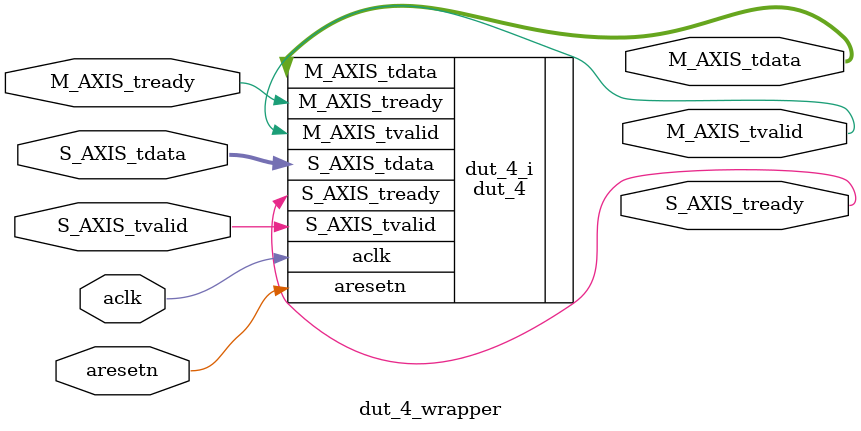
<source format=v>
`timescale 1 ps / 1 ps

module dut_4_wrapper
   (M_AXIS_tdata,
    M_AXIS_tready,
    M_AXIS_tvalid,
    S_AXIS_tdata,
    S_AXIS_tready,
    S_AXIS_tvalid,
    aclk,
    aresetn);
  output [31:0]M_AXIS_tdata;
  input M_AXIS_tready;
  output M_AXIS_tvalid;
  input [31:0]S_AXIS_tdata;
  output S_AXIS_tready;
  input S_AXIS_tvalid;
  input aclk;
  input aresetn;

  wire [31:0]M_AXIS_tdata;
  wire M_AXIS_tready;
  wire M_AXIS_tvalid;
  wire [31:0]S_AXIS_tdata;
  wire S_AXIS_tready;
  wire S_AXIS_tvalid;
  wire aclk;
  wire aresetn;

  dut_4 dut_4_i
       (.M_AXIS_tdata(M_AXIS_tdata),
        .M_AXIS_tready(M_AXIS_tready),
        .M_AXIS_tvalid(M_AXIS_tvalid),
        .S_AXIS_tdata(S_AXIS_tdata),
        .S_AXIS_tready(S_AXIS_tready),
        .S_AXIS_tvalid(S_AXIS_tvalid),
        .aclk(aclk),
        .aresetn(aresetn));
endmodule

</source>
